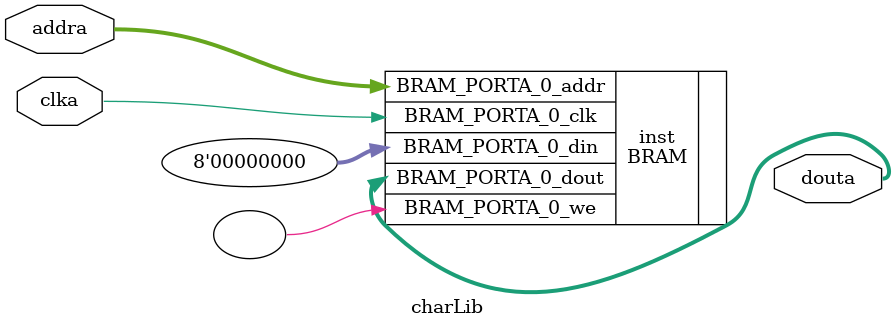
<source format=v>
`timescale 1ns / 1ps


module charLib(
    input clka,
    input [10:0] addra,
    output [7:0] douta
    );
    
    BRAM inst(
    .BRAM_PORTA_0_addr(addra),
    .BRAM_PORTA_0_clk(clka),
    .BRAM_PORTA_0_din(8'b0),
    .BRAM_PORTA_0_dout(douta),
    .BRAM_PORTA_0_we());
    
endmodule

</source>
